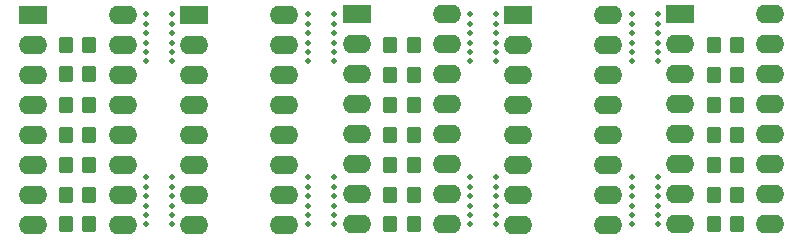
<source format=gbr>
%TF.GenerationSoftware,KiCad,Pcbnew,7.0.11*%
%TF.CreationDate,2024-10-23T23:44:55+03:00*%
%TF.ProjectId,rndip16,726e6469-7031-4362-9e6b-696361645f70,rev?*%
%TF.SameCoordinates,Original*%
%TF.FileFunction,Soldermask,Bot*%
%TF.FilePolarity,Negative*%
%FSLAX46Y46*%
G04 Gerber Fmt 4.6, Leading zero omitted, Abs format (unit mm)*
G04 Created by KiCad (PCBNEW 7.0.11) date 2024-10-23 23:44:55*
%MOMM*%
%LPD*%
G01*
G04 APERTURE LIST*
G04 Aperture macros list*
%AMRoundRect*
0 Rectangle with rounded corners*
0 $1 Rounding radius*
0 $2 $3 $4 $5 $6 $7 $8 $9 X,Y pos of 4 corners*
0 Add a 4 corners polygon primitive as box body*
4,1,4,$2,$3,$4,$5,$6,$7,$8,$9,$2,$3,0*
0 Add four circle primitives for the rounded corners*
1,1,$1+$1,$2,$3*
1,1,$1+$1,$4,$5*
1,1,$1+$1,$6,$7*
1,1,$1+$1,$8,$9*
0 Add four rect primitives between the rounded corners*
20,1,$1+$1,$2,$3,$4,$5,0*
20,1,$1+$1,$4,$5,$6,$7,0*
20,1,$1+$1,$6,$7,$8,$9,0*
20,1,$1+$1,$8,$9,$2,$3,0*%
G04 Aperture macros list end*
%ADD10C,0.500000*%
%ADD11R,2.400000X1.600000*%
%ADD12O,2.400000X1.600000*%
%ADD13RoundRect,0.250000X0.350000X0.450000X-0.350000X0.450000X-0.350000X-0.450000X0.350000X-0.450000X0*%
G04 APERTURE END LIST*
D10*
%TO.C,mouse-bite-2.54mm-slot_13*%
X106200000Y-51500000D03*
X108400000Y-51500000D03*
X106200000Y-50700000D03*
X108400000Y-50700000D03*
X106200000Y-49900000D03*
X108400000Y-49900000D03*
X106200000Y-49100000D03*
X108400000Y-49100000D03*
X106200000Y-48300000D03*
X108400000Y-48300000D03*
X106200000Y-47500000D03*
X108400000Y-47500000D03*
%TD*%
%TO.C,mouse-bite-2.54mm-slot_13*%
X106200000Y-65300000D03*
X108400000Y-65300000D03*
X106200000Y-64500000D03*
X108400000Y-64500000D03*
X106200000Y-63700000D03*
X108400000Y-63700000D03*
X106200000Y-62900000D03*
X108400000Y-62900000D03*
X106200000Y-62100000D03*
X108400000Y-62100000D03*
X106200000Y-61300000D03*
X108400000Y-61300000D03*
%TD*%
%TO.C,mouse-bite-2.54mm-slot_13*%
X92500000Y-51500000D03*
X94700000Y-51500000D03*
X92500000Y-50700000D03*
X94700000Y-50700000D03*
X92500000Y-49900000D03*
X94700000Y-49900000D03*
X92500000Y-49100000D03*
X94700000Y-49100000D03*
X92500000Y-48300000D03*
X94700000Y-48300000D03*
X92500000Y-47500000D03*
X94700000Y-47500000D03*
%TD*%
%TO.C,mouse-bite-2.54mm-slot_13*%
X92500000Y-65300000D03*
X94700000Y-65300000D03*
X92500000Y-64500000D03*
X94700000Y-64500000D03*
X92500000Y-63700000D03*
X94700000Y-63700000D03*
X92500000Y-62900000D03*
X94700000Y-62900000D03*
X92500000Y-62100000D03*
X94700000Y-62100000D03*
X92500000Y-61300000D03*
X94700000Y-61300000D03*
%TD*%
%TO.C,mouse-bite-2.54mm-slot_13*%
X65100000Y-65300000D03*
X67300000Y-65300000D03*
X65100000Y-64500000D03*
X67300000Y-64500000D03*
X65100000Y-63700000D03*
X67300000Y-63700000D03*
X65100000Y-62900000D03*
X67300000Y-62900000D03*
X65100000Y-62100000D03*
X67300000Y-62100000D03*
X65100000Y-61300000D03*
X67300000Y-61300000D03*
%TD*%
D11*
%TO.C,J5*%
X110338600Y-47523400D03*
D12*
X110338600Y-50063400D03*
X110338600Y-52603400D03*
X110338600Y-55143400D03*
X110338600Y-57683400D03*
X110338600Y-60223400D03*
X110338600Y-62763400D03*
X110338600Y-65303400D03*
X117958600Y-65303400D03*
X117958600Y-62763400D03*
X117958600Y-60223400D03*
X117958600Y-57683400D03*
X117958600Y-55143400D03*
X117958600Y-52603400D03*
X117958600Y-50063400D03*
X117958600Y-47523400D03*
%TD*%
D13*
%TO.C,R55*%
X115158000Y-65298400D03*
X113158000Y-65298400D03*
%TD*%
D11*
%TO.C,J4*%
X96613285Y-47525000D03*
D12*
X96613285Y-50065000D03*
X96613285Y-52605000D03*
X96613285Y-55145000D03*
X96613285Y-57685000D03*
X96613285Y-60225000D03*
X96613285Y-62765000D03*
X96613285Y-65305000D03*
X104233285Y-65305000D03*
X104233285Y-62765000D03*
X104233285Y-60225000D03*
X104233285Y-57685000D03*
X104233285Y-55145000D03*
X104233285Y-52605000D03*
X104233285Y-50065000D03*
X104233285Y-47525000D03*
%TD*%
D13*
%TO.C,R61*%
X115158000Y-50126971D03*
X113158000Y-50126971D03*
%TD*%
%TO.C,R57*%
X115158000Y-60241255D03*
X113158000Y-60241255D03*
%TD*%
D10*
%TO.C,mouse-bite-2.54mm-slot_13*%
X65100000Y-51500000D03*
X67300000Y-51500000D03*
X65100000Y-50700000D03*
X67300000Y-50700000D03*
X65100000Y-49900000D03*
X67300000Y-49900000D03*
X65100000Y-49100000D03*
X67300000Y-49100000D03*
X65100000Y-48300000D03*
X67300000Y-48300000D03*
X65100000Y-47500000D03*
X67300000Y-47500000D03*
%TD*%
D13*
%TO.C,R56*%
X115158000Y-62769826D03*
X113158000Y-62769826D03*
%TD*%
D10*
%TO.C,mouse-bite-2.54mm-slot_13*%
X81000000Y-61300000D03*
X78800000Y-61300000D03*
X81000000Y-62100000D03*
X78800000Y-62100000D03*
X81000000Y-62900000D03*
X78800000Y-62900000D03*
X81000000Y-63700000D03*
X78800000Y-63700000D03*
X81000000Y-64500000D03*
X78800000Y-64500000D03*
X81000000Y-65300000D03*
X78800000Y-65300000D03*
%TD*%
D13*
%TO.C,R58*%
X115158000Y-57712684D03*
X113158000Y-57712684D03*
%TD*%
D11*
%TO.C,J1*%
X55550000Y-47550000D03*
D12*
X55550000Y-50090000D03*
X55550000Y-52630000D03*
X55550000Y-55170000D03*
X55550000Y-57710000D03*
X55550000Y-60250000D03*
X55550000Y-62790000D03*
X55550000Y-65330000D03*
X63170000Y-65330000D03*
X63170000Y-62790000D03*
X63170000Y-60250000D03*
X63170000Y-57710000D03*
X63170000Y-55170000D03*
X63170000Y-52630000D03*
X63170000Y-50090000D03*
X63170000Y-47550000D03*
%TD*%
D10*
%TO.C,mouse-bite-2.54mm-slot_13*%
X81000000Y-47500000D03*
X78800000Y-47500000D03*
X81000000Y-48300000D03*
X78800000Y-48300000D03*
X81000000Y-49100000D03*
X78800000Y-49100000D03*
X81000000Y-49900000D03*
X78800000Y-49900000D03*
X81000000Y-50700000D03*
X78800000Y-50700000D03*
X81000000Y-51500000D03*
X78800000Y-51500000D03*
%TD*%
D12*
%TO.C,J2*%
X76800000Y-47525000D03*
X76800000Y-50065000D03*
X76800000Y-52605000D03*
X76800000Y-55145000D03*
X76800000Y-57685000D03*
X76800000Y-60225000D03*
X76800000Y-62765000D03*
X76800000Y-65305000D03*
X69180000Y-65305000D03*
X69180000Y-62765000D03*
X69180000Y-60225000D03*
X69180000Y-57685000D03*
X69180000Y-55145000D03*
X69180000Y-52605000D03*
X69180000Y-50065000D03*
D11*
X69180000Y-47525000D03*
%TD*%
D13*
%TO.C,R60*%
X115158000Y-52655542D03*
X113158000Y-52655542D03*
%TD*%
D12*
%TO.C,J3*%
X90551000Y-47523400D03*
X90551000Y-50063400D03*
X90551000Y-52603400D03*
X90551000Y-55143400D03*
X90551000Y-57683400D03*
X90551000Y-60223400D03*
X90551000Y-62763400D03*
X90551000Y-65303400D03*
X82931000Y-65303400D03*
X82931000Y-62763400D03*
X82931000Y-60223400D03*
X82931000Y-57683400D03*
X82931000Y-55143400D03*
X82931000Y-52603400D03*
X82931000Y-50063400D03*
D11*
X82931000Y-47523400D03*
%TD*%
D13*
%TO.C,R59*%
X115158000Y-55184113D03*
X113158000Y-55184113D03*
%TD*%
%TO.C,R15*%
X60300000Y-50100000D03*
X58300000Y-50100000D03*
%TD*%
%TO.C,R35*%
X87756000Y-57712684D03*
X85756000Y-57712684D03*
%TD*%
%TO.C,R32*%
X87756000Y-65298400D03*
X85756000Y-65298400D03*
%TD*%
%TO.C,R36*%
X87756000Y-55184113D03*
X85756000Y-55184113D03*
%TD*%
%TO.C,R33*%
X87756000Y-62769826D03*
X85756000Y-62769826D03*
%TD*%
%TO.C,R37*%
X87756000Y-52655542D03*
X85756000Y-52655542D03*
%TD*%
%TO.C,R38*%
X87756000Y-50126971D03*
X85756000Y-50126971D03*
%TD*%
%TO.C,R11*%
X60300000Y-60300000D03*
X58300000Y-60300000D03*
%TD*%
%TO.C,R10*%
X60300000Y-62800000D03*
X58300000Y-62800000D03*
%TD*%
%TO.C,R9*%
X60300000Y-65300000D03*
X58300000Y-65300000D03*
%TD*%
%TO.C,R13*%
X60300000Y-55200000D03*
X58300000Y-55200000D03*
%TD*%
%TO.C,R34*%
X87756000Y-60241255D03*
X85756000Y-60241255D03*
%TD*%
%TO.C,R12*%
X60300000Y-57700000D03*
X58300000Y-57700000D03*
%TD*%
%TO.C,R14*%
X60300000Y-52600000D03*
X58300000Y-52600000D03*
%TD*%
M02*

</source>
